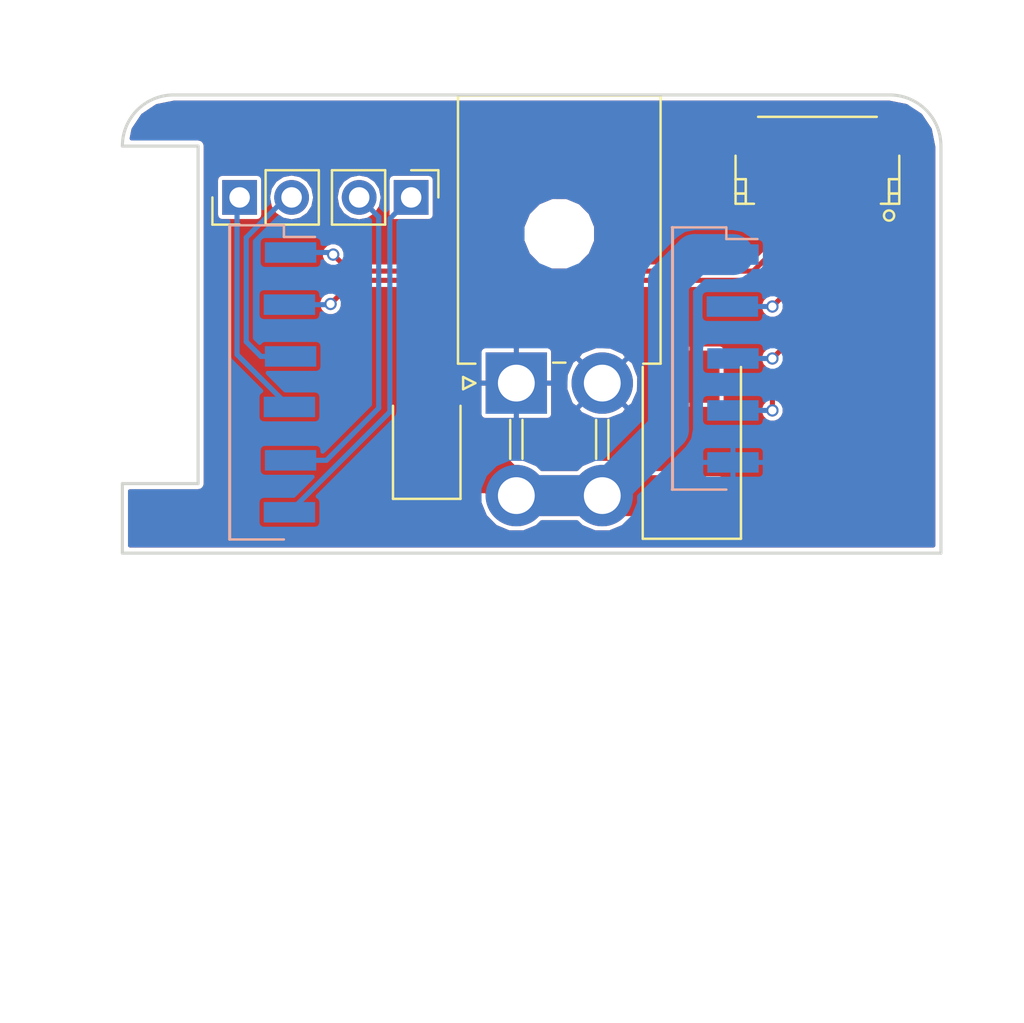
<source format=kicad_pcb>
(kicad_pcb (version 4) (host pcbnew 4.0.7)

  (general
    (links 18)
    (no_connects 2)
    (area 119.924999 74.924999 160.075001 97.475001)
    (thickness 1.6)
    (drawings 9)
    (tracks 53)
    (zones 0)
    (modules 8)
    (nets 12)
  )

  (page A4)
  (layers
    (0 F.Cu signal)
    (31 B.Cu signal)
    (32 B.Adhes user)
    (33 F.Adhes user)
    (34 B.Paste user)
    (35 F.Paste user)
    (36 B.SilkS user)
    (37 F.SilkS user)
    (38 B.Mask user)
    (39 F.Mask user)
    (40 Dwgs.User user)
    (41 Cmts.User user)
    (42 Eco1.User user)
    (43 Eco2.User user)
    (44 Edge.Cuts user)
    (45 Margin user)
    (46 B.CrtYd user)
    (47 F.CrtYd user)
    (48 B.Fab user hide)
    (49 F.Fab user hide)
  )

  (setup
    (last_trace_width 0.25)
    (user_trace_width 0.2)
    (user_trace_width 0.4)
    (user_trace_width 0.6)
    (user_trace_width 0.8)
    (user_trace_width 1)
    (user_trace_width 1.2)
    (user_trace_width 2)
    (trace_clearance 0.2)
    (zone_clearance 0.2)
    (zone_45_only no)
    (trace_min 0.2)
    (segment_width 0.2)
    (edge_width 0.15)
    (via_size 0.6)
    (via_drill 0.4)
    (via_min_size 0.4)
    (via_min_drill 0.3)
    (uvia_size 0.3)
    (uvia_drill 0.1)
    (uvias_allowed no)
    (uvia_min_size 0.2)
    (uvia_min_drill 0.1)
    (pcb_text_width 0.3)
    (pcb_text_size 1.5 1.5)
    (mod_edge_width 0.15)
    (mod_text_size 1 1)
    (mod_text_width 0.15)
    (pad_size 1.2 1.8)
    (pad_drill 0)
    (pad_to_mask_clearance 0.2)
    (aux_axis_origin 164.9476 70.0024)
    (visible_elements 7FFFFF7F)
    (pcbplotparams
      (layerselection 0x010f0_80000001)
      (usegerberextensions true)
      (usegerberattributes true)
      (excludeedgelayer true)
      (linewidth 0.100000)
      (plotframeref false)
      (viasonmask false)
      (mode 1)
      (useauxorigin true)
      (hpglpennumber 1)
      (hpglpenspeed 20)
      (hpglpendiameter 15)
      (hpglpenoverlay 2)
      (psnegative false)
      (psa4output false)
      (plotreference true)
      (plotvalue true)
      (plotinvisibletext false)
      (padsonsilk false)
      (subtractmaskfromsilk false)
      (outputformat 1)
      (mirror false)
      (drillshape 0)
      (scaleselection 1)
      (outputdirectory gerbers/))
  )

  (net 0 "")
  (net 1 GND)
  (net 2 VDD)
  (net 3 RESET)
  (net 4 RXD)
  (net 5 TXD)
  (net 6 RING)
  (net 7 DTR)
  (net 8 MIC+)
  (net 9 MIC-)
  (net 10 SPK+)
  (net 11 SPK-)

  (net_class Default "This is the default net class."
    (clearance 0.2)
    (trace_width 0.25)
    (via_dia 0.6)
    (via_drill 0.4)
    (uvia_dia 0.3)
    (uvia_drill 0.1)
    (add_net DTR)
    (add_net GND)
    (add_net MIC+)
    (add_net MIC-)
    (add_net RESET)
    (add_net RING)
    (add_net RXD)
    (add_net SPK+)
    (add_net SPK-)
    (add_net TXD)
    (add_net VDD)
  )

  (module Capacitors_Tantalum_SMD:CP_Tantalum_Case-D_EIA-7343-31_Reflow (layer F.Cu) (tedit 5AA2A260) (tstamp 5AA299E5)
    (at 147.828 91.948 90)
    (descr "Tantalum capacitor, Case D, EIA 7343-31, 7.3x4.3x2.8mm, Reflow soldering footprint")
    (tags "capacitor tantalum smd")
    (path /596243F8)
    (attr smd)
    (fp_text reference C3 (at 0 -3.9 90) (layer F.SilkS) hide
      (effects (font (size 1 1) (thickness 0.15)))
    )
    (fp_text value 100uF (at 0 3.9 90) (layer F.Fab) hide
      (effects (font (size 1 1) (thickness 0.15)))
    )
    (fp_text user %R (at 0 0 90) (layer F.Fab) hide
      (effects (font (size 1 1) (thickness 0.15)))
    )
    (fp_line (start -4.85 -2.5) (end -4.85 2.5) (layer F.CrtYd) (width 0.05))
    (fp_line (start -4.85 2.5) (end 4.85 2.5) (layer F.CrtYd) (width 0.05))
    (fp_line (start 4.85 2.5) (end 4.85 -2.5) (layer F.CrtYd) (width 0.05))
    (fp_line (start 4.85 -2.5) (end -4.85 -2.5) (layer F.CrtYd) (width 0.05))
    (fp_line (start -3.65 -2.15) (end -3.65 2.15) (layer F.Fab) (width 0.1))
    (fp_line (start -3.65 2.15) (end 3.65 2.15) (layer F.Fab) (width 0.1))
    (fp_line (start 3.65 2.15) (end 3.65 -2.15) (layer F.Fab) (width 0.1))
    (fp_line (start 3.65 -2.15) (end -3.65 -2.15) (layer F.Fab) (width 0.1))
    (fp_line (start -2.92 -2.15) (end -2.92 2.15) (layer F.Fab) (width 0.1))
    (fp_line (start -2.555 -2.15) (end -2.555 2.15) (layer F.Fab) (width 0.1))
    (fp_line (start -4.75 -2.4) (end 3.65 -2.4) (layer F.SilkS) (width 0.12))
    (fp_line (start -4.75 2.4) (end 3.65 2.4) (layer F.SilkS) (width 0.12))
    (fp_line (start -4.75 -2.4) (end -4.75 2.4) (layer F.SilkS) (width 0.12))
    (pad 1 smd rect (at -3.175 0 90) (size 2.55 2.7) (layers F.Cu F.Paste F.Mask)
      (net 2 VDD))
    (pad 2 smd rect (at 3.175 0 90) (size 2.55 2.7) (layers F.Cu F.Paste F.Mask)
      (net 1 GND))
    (model Capacitors_Tantalum_SMD.3dshapes/CP_Tantalum_Case-D_EIA-7343-31.wrl
      (at (xyz 0 0 0))
      (scale (xyz 1 1 1))
      (rotate (xyz 0 0 0))
    )
  )

  (module Capacitors_Tantalum_SMD:CP_Tantalum_Case-B_EIA-3528-21_Reflow (layer F.Cu) (tedit 5AA2A27C) (tstamp 5AA291C9)
    (at 134.874 91.947 90)
    (descr "Tantalum capacitor, Case B, EIA 3528-21, 3.5x2.8x1.9mm, Reflow soldering footprint")
    (tags "capacitor tantalum smd")
    (path /5AA29E77)
    (attr smd)
    (fp_text reference C12 (at 0 -3.15 90) (layer F.SilkS) hide
      (effects (font (size 1 1) (thickness 0.15)))
    )
    (fp_text value 10nF (at 0 3.15 90) (layer F.Fab) hide
      (effects (font (size 1 1) (thickness 0.15)))
    )
    (fp_text user %R (at 0 0 90) (layer F.Fab) hide
      (effects (font (size 0.8 0.8) (thickness 0.12)))
    )
    (fp_line (start -2.85 -1.75) (end -2.85 1.75) (layer F.CrtYd) (width 0.05))
    (fp_line (start -2.85 1.75) (end 2.85 1.75) (layer F.CrtYd) (width 0.05))
    (fp_line (start 2.85 1.75) (end 2.85 -1.75) (layer F.CrtYd) (width 0.05))
    (fp_line (start 2.85 -1.75) (end -2.85 -1.75) (layer F.CrtYd) (width 0.05))
    (fp_line (start -1.75 -1.4) (end -1.75 1.4) (layer F.Fab) (width 0.1))
    (fp_line (start -1.75 1.4) (end 1.75 1.4) (layer F.Fab) (width 0.1))
    (fp_line (start 1.75 1.4) (end 1.75 -1.4) (layer F.Fab) (width 0.1))
    (fp_line (start 1.75 -1.4) (end -1.75 -1.4) (layer F.Fab) (width 0.1))
    (fp_line (start -1.4 -1.4) (end -1.4 1.4) (layer F.Fab) (width 0.1))
    (fp_line (start -1.225 -1.4) (end -1.225 1.4) (layer F.Fab) (width 0.1))
    (fp_line (start -2.8 -1.65) (end 1.75 -1.65) (layer F.SilkS) (width 0.12))
    (fp_line (start -2.8 1.65) (end 1.75 1.65) (layer F.SilkS) (width 0.12))
    (fp_line (start -2.8 -1.65) (end -2.8 1.65) (layer F.SilkS) (width 0.12))
    (pad 1 smd rect (at -1.525 0 90) (size 1.95 2.5) (layers F.Cu F.Paste F.Mask)
      (net 2 VDD))
    (pad 2 smd rect (at 1.525 0 90) (size 1.95 2.5) (layers F.Cu F.Paste F.Mask)
      (net 1 GND))
    (model Capacitors_Tantalum_SMD.3dshapes/CP_Tantalum_Case-B_EIA-3528-21.wrl
      (at (xyz 0 0 0))
      (scale (xyz 1 1 1))
      (rotate (xyz 0 0 0))
    )
  )

  (module footprints:Pin_Header_Straight_1x05_Pitch2.54mm_SMD (layer B.Cu) (tedit 5AA6C747) (tstamp 5AA6D1F7)
    (at 148.1836 87.884 180)
    (descr "surface-mounted straight pin header, 1x05, 2.54mm pitch, single row, style 1 (pin 1 left)")
    (tags "Surface mounted pin header SMD 1x05 2.54mm single row style1 pin1 left")
    (path /5962F537)
    (attr smd)
    (fp_text reference J1 (at 0 7.41 180) (layer B.SilkS) hide
      (effects (font (size 1 1) (thickness 0.15)) (justify mirror))
    )
    (fp_text value CONN_01X05 (at 0 -7.41 180) (layer B.Fab) hide
      (effects (font (size 1 1) (thickness 0.15)) (justify mirror))
    )
    (fp_line (start 1.3 6.4) (end 1.3 -6.4) (layer B.SilkS) (width 0.15))
    (fp_line (start 1.27 -6.35) (end -1.27 -6.35) (layer B.Fab) (width 0.1))
    (fp_line (start -0.32 6.35) (end 1.27 6.35) (layer B.Fab) (width 0.1))
    (fp_line (start -1.27 -6.35) (end -1.27 5.4) (layer B.Fab) (width 0.1))
    (fp_line (start -1.27 5.4) (end -0.32 6.35) (layer B.Fab) (width 0.1))
    (fp_line (start 1.27 6.35) (end 1.27 -6.35) (layer B.Fab) (width 0.1))
    (fp_line (start -1.27 5.4) (end -2.54 5.4) (layer B.Fab) (width 0.1))
    (fp_line (start -2.54 5.4) (end -2.54 4.76) (layer B.Fab) (width 0.1))
    (fp_line (start -2.54 4.76) (end -1.27 4.76) (layer B.Fab) (width 0.1))
    (fp_line (start -1.27 0.32) (end -2.54 0.32) (layer B.Fab) (width 0.1))
    (fp_line (start -2.54 0.32) (end -2.54 -0.32) (layer B.Fab) (width 0.1))
    (fp_line (start -2.54 -0.32) (end -1.27 -0.32) (layer B.Fab) (width 0.1))
    (fp_line (start -1.27 -4.76) (end -2.54 -4.76) (layer B.Fab) (width 0.1))
    (fp_line (start -2.54 -4.76) (end -2.54 -5.4) (layer B.Fab) (width 0.1))
    (fp_line (start -2.54 -5.4) (end -1.27 -5.4) (layer B.Fab) (width 0.1))
    (fp_line (start -1.33 6.41) (end 1.33 6.41) (layer B.SilkS) (width 0.12))
    (fp_line (start -1.33 -6.41) (end 1.33 -6.41) (layer B.SilkS) (width 0.12))
    (fp_line (start -1.33 5.84) (end -2.85 5.84) (layer B.SilkS) (width 0.12))
    (fp_line (start -1.33 6.41) (end -1.33 5.84) (layer B.SilkS) (width 0.12))
    (fp_line (start -3.4 6.8) (end -3.4 -6.8) (layer B.CrtYd) (width 0.05))
    (fp_line (start -3.4 -6.8) (end 1.4 -6.8) (layer B.CrtYd) (width 0.05))
    (fp_line (start 1.4 -6.8) (end 1.4 6.8) (layer B.CrtYd) (width 0.05))
    (fp_line (start 1.4 6.8) (end -3.4 6.8) (layer B.CrtYd) (width 0.05))
    (fp_text user %R (at 0.3 0 270) (layer B.Fab) hide
      (effects (font (size 1 1) (thickness 0.15)) (justify mirror))
    )
    (pad 1 smd rect (at -1.655 5.08 180) (size 2.51 1) (layers B.Cu B.Paste B.Mask)
      (net 2 VDD))
    (pad 3 smd rect (at -1.655 0 180) (size 2.51 1) (layers B.Cu B.Paste B.Mask)
      (net 4 RXD))
    (pad 5 smd rect (at -1.655 -5.08 180) (size 2.51 1) (layers B.Cu B.Paste B.Mask)
      (net 1 GND))
    (pad 2 smd rect (at -1.6256 2.54 180) (size 2.51 1) (layers B.Cu B.Paste B.Mask)
      (net 3 RESET))
    (pad 4 smd rect (at -1.651 -2.54 180) (size 2.51 1) (layers B.Cu B.Paste B.Mask)
      (net 5 TXD))
    (model ${KISYS3DMOD}/Pin_Headers.3dshapes/Pin_Header_Straight_1x05_Pitch2.54mm_SMD_Pin1Left.wrl
      (at (xyz 0 0 0))
      (scale (xyz 1 1 1))
      (rotate (xyz 0 0 0))
    )
  )

  (module footprints:Pin_Header_Straight_1x06_Pitch2.54mm_SMD (layer B.Cu) (tedit 5AA6C29B) (tstamp 5AA6D217)
    (at 126.5642 89.0524 180)
    (descr "surface-mounted straight pin header, 1x06, 2.54mm pitch, single row, style 1 (pin 1 left)")
    (tags "Surface mounted pin header SMD 1x06 2.54mm single row style1 pin1 left")
    (path /5962CB3E)
    (attr smd)
    (fp_text reference J4 (at 0 8.68 180) (layer B.SilkS) hide
      (effects (font (size 1 1) (thickness 0.15)) (justify mirror))
    )
    (fp_text value CONN_01X06 (at 0 -8.68 180) (layer B.Fab) hide
      (effects (font (size 1 1) (thickness 0.15)) (justify mirror))
    )
    (fp_line (start 1.3208 7.6708) (end 1.3208 -7.6708) (layer B.SilkS) (width 0.15))
    (fp_line (start 1.27 -7.62) (end -1.27 -7.62) (layer B.Fab) (width 0.1))
    (fp_line (start -0.32 7.62) (end 1.27 7.62) (layer B.Fab) (width 0.1))
    (fp_line (start -1.27 -7.62) (end -1.27 6.67) (layer B.Fab) (width 0.1))
    (fp_line (start -1.27 6.67) (end -0.32 7.62) (layer B.Fab) (width 0.1))
    (fp_line (start 1.27 7.62) (end 1.27 -7.62) (layer B.Fab) (width 0.1))
    (fp_line (start -1.27 6.67) (end -2.54 6.67) (layer B.Fab) (width 0.1))
    (fp_line (start -2.54 6.67) (end -2.54 6.03) (layer B.Fab) (width 0.1))
    (fp_line (start -2.54 6.03) (end -1.27 6.03) (layer B.Fab) (width 0.1))
    (fp_line (start -1.27 1.59) (end -2.54 1.59) (layer B.Fab) (width 0.1))
    (fp_line (start -2.54 1.59) (end -2.54 0.95) (layer B.Fab) (width 0.1))
    (fp_line (start -2.54 0.95) (end -1.27 0.95) (layer B.Fab) (width 0.1))
    (fp_line (start -1.27 -3.49) (end -2.54 -3.49) (layer B.Fab) (width 0.1))
    (fp_line (start -2.54 -3.49) (end -2.54 -4.13) (layer B.Fab) (width 0.1))
    (fp_line (start -2.54 -4.13) (end -1.27 -4.13) (layer B.Fab) (width 0.1))
    (fp_line (start -1.33 7.68) (end 1.33 7.68) (layer B.SilkS) (width 0.12))
    (fp_line (start -1.33 -7.68) (end 1.33 -7.68) (layer B.SilkS) (width 0.12))
    (fp_line (start -1.33 7.11) (end -2.85 7.11) (layer B.SilkS) (width 0.12))
    (fp_line (start -1.33 7.68) (end -1.33 7.11) (layer B.SilkS) (width 0.12))
    (fp_line (start -3.4 8.2) (end -3.4 -8.2) (layer B.CrtYd) (width 0.05))
    (fp_line (start -3.4 -8.2) (end 1.6 -8.2) (layer B.CrtYd) (width 0.05))
    (fp_line (start 1.6 -8.2) (end 1.6 8.2) (layer B.CrtYd) (width 0.05))
    (fp_line (start 1.6 8.2) (end -3.4 8.2) (layer B.CrtYd) (width 0.05))
    (fp_text user %R (at 0 0 270) (layer B.Fab) hide
      (effects (font (size 1 1) (thickness 0.15)) (justify mirror))
    )
    (pad 1 smd rect (at -1.655 6.35 180) (size 2.51 1) (layers B.Cu B.Paste B.Mask)
      (net 6 RING))
    (pad 3 smd rect (at -1.655 1.27 180) (size 2.51 1) (layers B.Cu B.Paste B.Mask)
      (net 8 MIC+))
    (pad 5 smd rect (at -1.655 -3.81 180) (size 2.51 1) (layers B.Cu B.Paste B.Mask)
      (net 10 SPK+))
    (pad 2 smd rect (at -1.6 3.8 180) (size 2.51 1) (layers B.Cu B.Paste B.Mask)
      (net 7 DTR))
    (pad 4 smd rect (at -1.6 -1.2 180) (size 2.51 1) (layers B.Cu B.Paste B.Mask)
      (net 9 MIC-))
    (pad 6 smd rect (at -1.6 -6.35 180) (size 2.51 1) (layers B.Cu B.Paste B.Mask)
      (net 11 SPK-))
    (model ${KISYS3DMOD}/Pin_Headers.3dshapes/Pin_Header_Straight_1x06_Pitch2.54mm_SMD_Pin1Left.wrl
      (at (xyz 0 0 0))
      (scale (xyz 1 1 1))
      (rotate (xyz 0 0 0))
    )
  )

  (module Connectors_JST:JST_SH_SM06B-SRSS-TB_06x1.00mm_Angled (layer F.Cu) (tedit 5B01AAE9) (tstamp 5B01A48E)
    (at 153.964 78.7075 180)
    (descr http://www.jst-mfg.com/product/pdf/eng/eSH.pdf)
    (tags "connector jst sh")
    (path /5B01AE87)
    (attr smd)
    (fp_text reference J6 (at -2.5 -4 180) (layer F.SilkS) hide
      (effects (font (size 1 1) (thickness 0.15)))
    )
    (fp_text value Conn_01x06 (at 0 4.5 180) (layer F.Fab)
      (effects (font (size 1 1) (thickness 0.15)))
    )
    (fp_circle (center -3.5 -2.1875) (end -3.25 -2.1875) (layer F.SilkS) (width 0.12))
    (fp_line (start -2.9 2.6375) (end 2.9 2.6375) (layer F.SilkS) (width 0.12))
    (fp_line (start -4 0.7375) (end -4 -1.6125) (layer F.SilkS) (width 0.12))
    (fp_line (start -4 -1.6125) (end -3.1 -1.6125) (layer F.SilkS) (width 0.12))
    (fp_line (start -3.5 -1.6125) (end -3.5 -0.4125) (layer F.SilkS) (width 0.12))
    (fp_line (start -3.5 -0.4125) (end -3.5 -0.4125) (layer F.SilkS) (width 0.12))
    (fp_line (start -3.5 -0.4125) (end -3.5 -1.6125) (layer F.SilkS) (width 0.12))
    (fp_line (start -3.5 -1.6125) (end -3.5 -1.6125) (layer F.SilkS) (width 0.12))
    (fp_line (start -3.5 -1.1125) (end -3.5 -1.1125) (layer F.SilkS) (width 0.12))
    (fp_line (start -3.5 -1.1125) (end -4 -1.1125) (layer F.SilkS) (width 0.12))
    (fp_line (start -4 -1.1125) (end -4 -1.1125) (layer F.SilkS) (width 0.12))
    (fp_line (start -4 -1.1125) (end -3.5 -1.1125) (layer F.SilkS) (width 0.12))
    (fp_line (start -3.5 -0.4125) (end -3.5 -0.4125) (layer F.SilkS) (width 0.12))
    (fp_line (start -3.5 -0.4125) (end -4 -0.4125) (layer F.SilkS) (width 0.12))
    (fp_line (start -4 -0.4125) (end -4 -0.4125) (layer F.SilkS) (width 0.12))
    (fp_line (start -4 -0.4125) (end -3.5 -0.4125) (layer F.SilkS) (width 0.12))
    (fp_line (start 4 0.7375) (end 4 -1.6125) (layer F.SilkS) (width 0.12))
    (fp_line (start 4 -1.6125) (end 3.1 -1.6125) (layer F.SilkS) (width 0.12))
    (fp_line (start 3.5 -1.6125) (end 3.5 -0.4125) (layer F.SilkS) (width 0.12))
    (fp_line (start 3.5 -0.4125) (end 3.5 -0.4125) (layer F.SilkS) (width 0.12))
    (fp_line (start 3.5 -0.4125) (end 3.5 -1.6125) (layer F.SilkS) (width 0.12))
    (fp_line (start 3.5 -1.6125) (end 3.5 -1.6125) (layer F.SilkS) (width 0.12))
    (fp_line (start 3.5 -1.1125) (end 3.5 -1.1125) (layer F.SilkS) (width 0.12))
    (fp_line (start 3.5 -1.1125) (end 4 -1.1125) (layer F.SilkS) (width 0.12))
    (fp_line (start 4 -1.1125) (end 4 -1.1125) (layer F.SilkS) (width 0.12))
    (fp_line (start 4 -1.1125) (end 3.5 -1.1125) (layer F.SilkS) (width 0.12))
    (fp_line (start 3.5 -0.4125) (end 3.5 -0.4125) (layer F.SilkS) (width 0.12))
    (fp_line (start 3.5 -0.4125) (end 4 -0.4125) (layer F.SilkS) (width 0.12))
    (fp_line (start 4 -0.4125) (end 4 -0.4125) (layer F.SilkS) (width 0.12))
    (fp_line (start 4 -0.4125) (end 3.5 -0.4125) (layer F.SilkS) (width 0.12))
    (fp_line (start -4.9 3.35) (end -4.9 -3.25) (layer F.CrtYd) (width 0.05))
    (fp_line (start -4.9 -3.25) (end 4.9 -3.25) (layer F.CrtYd) (width 0.05))
    (fp_line (start 4.9 -3.25) (end 4.9 3.35) (layer F.CrtYd) (width 0.05))
    (fp_line (start 4.9 3.35) (end -4.9 3.35) (layer F.CrtYd) (width 0.05))
    (pad 1 smd rect (at -2.5 -1.9375 180) (size 0.6 1.55) (layers F.Cu F.Paste F.Mask)
      (net 5 TXD))
    (pad 2 smd rect (at -1.5 -1.9375 180) (size 0.6 1.55) (layers F.Cu F.Paste F.Mask)
      (net 4 RXD))
    (pad 3 smd rect (at -0.5 -1.9375 180) (size 0.6 1.55) (layers F.Cu F.Paste F.Mask)
      (net 3 RESET))
    (pad 4 smd rect (at 0.5 -1.9375 180) (size 0.6 1.55) (layers F.Cu F.Paste F.Mask)
      (net 7 DTR))
    (pad 5 smd rect (at 1.5 -1.9375 180) (size 0.6 1.55) (layers F.Cu F.Paste F.Mask)
      (net 6 RING))
    (pad 6 smd rect (at 2.5 -1.9375 180) (size 0.6 1.55) (layers F.Cu F.Paste F.Mask)
      (net 1 GND))
    (pad "" smd rect (at -3.8 1.9375 180) (size 1.2 1.8) (layers F.Cu F.Paste F.Mask))
    (pad "" smd rect (at 3.8 1.9375 180) (size 1.2 1.8) (layers F.Cu F.Paste F.Mask))
  )

  (module Connectors_Molex:Molex_MiniFit-JR-5569-04A2_2x02x4.20mm_Angled (layer F.Cu) (tedit 5B01AAE5) (tstamp 5B01A4D6)
    (at 139.251 89.088)
    (descr "Molex Mini-Fit JR, PN:5569-04A2, dual row, side entry type, through hole, with plastic peg mount")
    (tags "connector molex mini-fit 5569")
    (path /5B01A76D)
    (fp_text reference J2 (at 2.1 8.5) (layer F.SilkS) hide
      (effects (font (size 1 1) (thickness 0.15)))
    )
    (fp_text value POWER (at 2.1 10) (layer F.Fab)
      (effects (font (size 1 1) (thickness 0.15)))
    )
    (fp_line (start -3.19 -14.39) (end -3.19 7.5) (layer F.CrtYd) (width 0.05))
    (fp_line (start -3.19 7.5) (end 7.4 7.5) (layer F.CrtYd) (width 0.05))
    (fp_line (start 7.4 7.5) (end 7.4 -14.39) (layer F.CrtYd) (width 0.05))
    (fp_line (start 7.4 -14.39) (end -3.19 -14.39) (layer F.CrtYd) (width 0.05))
    (fp_line (start -2 -0.95) (end -2.85 -0.95) (layer F.SilkS) (width 0.12))
    (fp_line (start -2.85 -0.95) (end -2.85 -14.05) (layer F.SilkS) (width 0.12))
    (fp_line (start -2.85 -14.05) (end 2.1 -14.05) (layer F.SilkS) (width 0.12))
    (fp_line (start 6.2 -0.95) (end 7.05 -0.95) (layer F.SilkS) (width 0.12))
    (fp_line (start 7.05 -0.95) (end 7.05 -14.05) (layer F.SilkS) (width 0.12))
    (fp_line (start 7.05 -14.05) (end 2.1 -14.05) (layer F.SilkS) (width 0.12))
    (fp_line (start -2.7 -13.9) (end -2.7 -1.1) (layer F.Fab) (width 0.1))
    (fp_line (start -2.7 -1.1) (end 6.9 -1.1) (layer F.Fab) (width 0.1))
    (fp_line (start 6.9 -1.1) (end 6.9 -13.9) (layer F.Fab) (width 0.1))
    (fp_line (start 6.9 -13.9) (end -2.7 -13.9) (layer F.Fab) (width 0.1))
    (fp_line (start -0.3 1.8) (end -0.3 3.7) (layer F.SilkS) (width 0.12))
    (fp_line (start 0.3 1.8) (end 0.3 3.7) (layer F.SilkS) (width 0.12))
    (fp_line (start 3.9 1.8) (end 3.9 3.7) (layer F.SilkS) (width 0.12))
    (fp_line (start 4.5 1.8) (end 4.5 3.7) (layer F.SilkS) (width 0.12))
    (fp_line (start 1.8 -1) (end 2.4 -1) (layer F.SilkS) (width 0.12))
    (fp_line (start -2 0) (end -2.6 0.3) (layer F.SilkS) (width 0.12))
    (fp_line (start -2.6 0.3) (end -2.6 -0.3) (layer F.SilkS) (width 0.12))
    (fp_line (start -2.6 -0.3) (end -2 0) (layer F.SilkS) (width 0.12))
    (fp_line (start -2 0) (end -2.6 0.3) (layer F.Fab) (width 0.1))
    (fp_line (start -2.6 0.3) (end -2.6 -0.3) (layer F.Fab) (width 0.1))
    (fp_line (start -2.6 -0.3) (end -2 0) (layer F.Fab) (width 0.1))
    (fp_text user %R (at 2.1 -4.5) (layer F.Fab)
      (effects (font (size 1 1) (thickness 0.15)))
    )
    (pad 1 thru_hole rect (at 0 0) (size 3 3) (drill 1.8) (layers *.Cu *.Mask)
      (net 1 GND))
    (pad 2 thru_hole circle (at 4.2 0) (size 3 3) (drill 1.8) (layers *.Cu *.Mask)
      (net 1 GND))
    (pad 3 thru_hole circle (at 0 5.5) (size 3 3) (drill 1.8) (layers *.Cu *.Mask)
      (net 2 VDD))
    (pad 4 thru_hole circle (at 4.2 5.5) (size 3 3) (drill 1.8) (layers *.Cu *.Mask)
      (net 2 VDD))
    (pad "" np_thru_hole circle (at 2.1 -7.3) (size 3 3) (drill 3) (layers *.Cu *.Mask))
    (model ${KISYS3DMOD}/Connectors_Molex.3dshapes/Molex_MiniFit-JR-5569-04A2_2x02x4.20mm_Angled.wrl
      (at (xyz 0 0 0))
      (scale (xyz 1 1 1))
      (rotate (xyz 0 0 0))
    )
  )

  (module Pin_Headers:Pin_Header_Straight_1x02_Pitch2.54mm (layer F.Cu) (tedit 5B01AAEF) (tstamp 5B01AA79)
    (at 134.112 80.01 270)
    (descr "Through hole straight pin header, 1x02, 2.54mm pitch, single row")
    (tags "Through hole pin header THT 1x02 2.54mm single row")
    (path /5B01ABAF)
    (fp_text reference J3 (at 0 -2.33 270) (layer F.SilkS) hide
      (effects (font (size 1 1) (thickness 0.15)))
    )
    (fp_text value Conn_02x02_Counter_Clockwise (at 0 4.87 270) (layer F.Fab)
      (effects (font (size 1 1) (thickness 0.15)))
    )
    (fp_line (start -0.635 -1.27) (end 1.27 -1.27) (layer F.Fab) (width 0.1))
    (fp_line (start 1.27 -1.27) (end 1.27 3.81) (layer F.Fab) (width 0.1))
    (fp_line (start 1.27 3.81) (end -1.27 3.81) (layer F.Fab) (width 0.1))
    (fp_line (start -1.27 3.81) (end -1.27 -0.635) (layer F.Fab) (width 0.1))
    (fp_line (start -1.27 -0.635) (end -0.635 -1.27) (layer F.Fab) (width 0.1))
    (fp_line (start -1.33 3.87) (end 1.33 3.87) (layer F.SilkS) (width 0.12))
    (fp_line (start -1.33 1.27) (end -1.33 3.87) (layer F.SilkS) (width 0.12))
    (fp_line (start 1.33 1.27) (end 1.33 3.87) (layer F.SilkS) (width 0.12))
    (fp_line (start -1.33 1.27) (end 1.33 1.27) (layer F.SilkS) (width 0.12))
    (fp_line (start -1.33 0) (end -1.33 -1.33) (layer F.SilkS) (width 0.12))
    (fp_line (start -1.33 -1.33) (end 0 -1.33) (layer F.SilkS) (width 0.12))
    (fp_line (start -1.8 -1.8) (end -1.8 4.35) (layer F.CrtYd) (width 0.05))
    (fp_line (start -1.8 4.35) (end 1.8 4.35) (layer F.CrtYd) (width 0.05))
    (fp_line (start 1.8 4.35) (end 1.8 -1.8) (layer F.CrtYd) (width 0.05))
    (fp_line (start 1.8 -1.8) (end -1.8 -1.8) (layer F.CrtYd) (width 0.05))
    (fp_text user %R (at 0 1.27 360) (layer F.Fab)
      (effects (font (size 1 1) (thickness 0.15)))
    )
    (pad 1 thru_hole rect (at 0 0 270) (size 1.7 1.7) (drill 1) (layers *.Cu *.Mask)
      (net 11 SPK-))
    (pad 2 thru_hole oval (at 0 2.54 270) (size 1.7 1.7) (drill 1) (layers *.Cu *.Mask)
      (net 10 SPK+))
    (model ${KISYS3DMOD}/Pin_Headers.3dshapes/Pin_Header_Straight_1x02_Pitch2.54mm.wrl
      (at (xyz 0 0 0))
      (scale (xyz 1 1 1))
      (rotate (xyz 0 0 0))
    )
  )

  (module Pin_Headers:Pin_Header_Straight_1x02_Pitch2.54mm (layer F.Cu) (tedit 5B01AAF1) (tstamp 5B01AA8F)
    (at 125.73 80.01 90)
    (descr "Through hole straight pin header, 1x02, 2.54mm pitch, single row")
    (tags "Through hole pin header THT 1x02 2.54mm single row")
    (path /5B01B084)
    (fp_text reference J5 (at 0 -2.33 90) (layer F.SilkS) hide
      (effects (font (size 1 1) (thickness 0.15)))
    )
    (fp_text value Conn_01x02 (at 0 4.87 90) (layer F.Fab)
      (effects (font (size 1 1) (thickness 0.15)))
    )
    (fp_line (start -0.635 -1.27) (end 1.27 -1.27) (layer F.Fab) (width 0.1))
    (fp_line (start 1.27 -1.27) (end 1.27 3.81) (layer F.Fab) (width 0.1))
    (fp_line (start 1.27 3.81) (end -1.27 3.81) (layer F.Fab) (width 0.1))
    (fp_line (start -1.27 3.81) (end -1.27 -0.635) (layer F.Fab) (width 0.1))
    (fp_line (start -1.27 -0.635) (end -0.635 -1.27) (layer F.Fab) (width 0.1))
    (fp_line (start -1.33 3.87) (end 1.33 3.87) (layer F.SilkS) (width 0.12))
    (fp_line (start -1.33 1.27) (end -1.33 3.87) (layer F.SilkS) (width 0.12))
    (fp_line (start 1.33 1.27) (end 1.33 3.87) (layer F.SilkS) (width 0.12))
    (fp_line (start -1.33 1.27) (end 1.33 1.27) (layer F.SilkS) (width 0.12))
    (fp_line (start -1.33 0) (end -1.33 -1.33) (layer F.SilkS) (width 0.12))
    (fp_line (start -1.33 -1.33) (end 0 -1.33) (layer F.SilkS) (width 0.12))
    (fp_line (start -1.8 -1.8) (end -1.8 4.35) (layer F.CrtYd) (width 0.05))
    (fp_line (start -1.8 4.35) (end 1.8 4.35) (layer F.CrtYd) (width 0.05))
    (fp_line (start 1.8 4.35) (end 1.8 -1.8) (layer F.CrtYd) (width 0.05))
    (fp_line (start 1.8 -1.8) (end -1.8 -1.8) (layer F.CrtYd) (width 0.05))
    (fp_text user %R (at 0 1.27 180) (layer F.Fab)
      (effects (font (size 1 1) (thickness 0.15)))
    )
    (pad 1 thru_hole rect (at 0 0 90) (size 1.7 1.7) (drill 1) (layers *.Cu *.Mask)
      (net 9 MIC-))
    (pad 2 thru_hole oval (at 0 2.54 90) (size 1.7 1.7) (drill 1) (layers *.Cu *.Mask)
      (net 8 MIC+))
    (model ${KISYS3DMOD}/Pin_Headers.3dshapes/Pin_Header_Straight_1x02_Pitch2.54mm.wrl
      (at (xyz 0 0 0))
      (scale (xyz 1 1 1))
      (rotate (xyz 0 0 0))
    )
  )

  (gr_arc (start 157.5 77.5) (end 157.5 75) (angle 90) (layer Edge.Cuts) (width 0.15) (tstamp 5AAA3138))
  (gr_line (start 120 94) (end 123.7 94) (layer Edge.Cuts) (width 0.15))
  (gr_line (start 123.7 77.5) (end 120 77.5) (layer Edge.Cuts) (width 0.15))
  (gr_line (start 123.7 94) (end 123.7 77.5) (layer Edge.Cuts) (width 0.15))
  (gr_line (start 120 97.4) (end 160 97.4) (layer Edge.Cuts) (width 0.15))
  (gr_arc (start 122.5 77.5) (end 120 77.5) (angle 90) (layer Edge.Cuts) (width 0.15) (tstamp 5AA15AC2))
  (gr_line (start 160 77.5) (end 160 97.4) (layer Edge.Cuts) (width 0.15))
  (gr_line (start 157.5 75) (end 122.5 75) (layer Edge.Cuts) (width 0.15))
  (gr_line (start 120 97.4) (end 120 94) (layer Edge.Cuts) (width 0.15))

  (segment (start 139.251 94.588) (end 143.451 94.588) (width 2) (layer B.Cu) (net 2))
  (segment (start 146.685 84.074) (end 146.685 91.354) (width 2) (layer B.Cu) (net 2))
  (segment (start 146.685 91.354) (end 143.451 94.588) (width 2) (layer B.Cu) (net 2))
  (segment (start 147.955 82.804) (end 146.685 84.074) (width 2) (layer B.Cu) (net 2))
  (segment (start 149.8386 82.804) (end 147.955 82.804) (width 2) (layer B.Cu) (net 2))
  (segment (start 143.451 94.588) (end 147.293 94.588) (width 2) (layer F.Cu) (net 2))
  (segment (start 147.293 94.588) (end 147.828 95.123) (width 2) (layer F.Cu) (net 2))
  (segment (start 139.251 94.588) (end 143.451 94.588) (width 2) (layer F.Cu) (net 2))
  (segment (start 134.874 93.472) (end 138.135 93.472) (width 2) (layer F.Cu) (net 2))
  (segment (start 138.135 93.472) (end 139.251 94.588) (width 2) (layer F.Cu) (net 2))
  (segment (start 151.765 85.344) (end 154.472671 82.636329) (width 0.25) (layer F.Cu) (net 3))
  (segment (start 154.472671 82.636329) (end 154.472671 80.653671) (width 0.25) (layer F.Cu) (net 3))
  (segment (start 154.472671 80.653671) (end 154.464 80.645) (width 0.25) (layer F.Cu) (net 3))
  (segment (start 149.8092 85.344) (end 151.765 85.344) (width 0.25) (layer B.Cu) (net 3))
  (via (at 151.765 85.344) (size 0.6) (drill 0.4) (layers F.Cu B.Cu) (net 3))
  (segment (start 151.765 87.884) (end 155.464 84.185) (width 0.25) (layer F.Cu) (net 4))
  (segment (start 155.464 84.185) (end 155.464 80.645) (width 0.25) (layer F.Cu) (net 4))
  (segment (start 149.8386 87.884) (end 151.765 87.884) (width 0.25) (layer B.Cu) (net 4))
  (via (at 151.765 87.884) (size 0.6) (drill 0.4) (layers F.Cu B.Cu) (net 4))
  (segment (start 151.765 90.424) (end 151.765 88.934689) (width 0.25) (layer F.Cu) (net 5))
  (segment (start 151.765 88.934689) (end 156.464 84.235689) (width 0.25) (layer F.Cu) (net 5))
  (segment (start 156.464 84.235689) (end 156.464 80.645) (width 0.25) (layer F.Cu) (net 5))
  (segment (start 149.8346 90.424) (end 151.765 90.424) (width 0.25) (layer B.Cu) (net 5))
  (via (at 151.765 90.424) (size 0.6) (drill 0.4) (layers F.Cu B.Cu) (net 5))
  (segment (start 150.828999 83.613001) (end 152.464 81.978) (width 0.25) (layer F.Cu) (net 6))
  (segment (start 152.464 81.978) (end 152.464 80.645) (width 0.25) (layer F.Cu) (net 6))
  (segment (start 130.302 82.804) (end 131.111001 83.613001) (width 0.25) (layer F.Cu) (net 6))
  (segment (start 131.111001 83.613001) (end 150.828999 83.613001) (width 0.25) (layer F.Cu) (net 6))
  (segment (start 128.2192 82.7024) (end 130.2004 82.7024) (width 0.25) (layer B.Cu) (net 6))
  (segment (start 130.2004 82.7024) (end 130.302 82.804) (width 0.25) (layer B.Cu) (net 6))
  (via (at 130.302 82.804) (size 0.6) (drill 0.4) (layers F.Cu B.Cu) (net 6))
  (segment (start 151.394989 84.063011) (end 153.464 81.994) (width 0.25) (layer F.Cu) (net 7))
  (segment (start 153.464 81.994) (end 153.464 80.645) (width 0.25) (layer F.Cu) (net 7))
  (segment (start 131.328989 84.063011) (end 151.394989 84.063011) (width 0.25) (layer F.Cu) (net 7))
  (segment (start 130.175 85.217) (end 131.328989 84.063011) (width 0.25) (layer F.Cu) (net 7))
  (segment (start 128.1642 85.2524) (end 130.1396 85.2524) (width 0.25) (layer B.Cu) (net 7))
  (segment (start 130.1396 85.2524) (end 130.175 85.217) (width 0.25) (layer B.Cu) (net 7))
  (via (at 130.175 85.217) (size 0.6) (drill 0.4) (layers F.Cu B.Cu) (net 7))
  (segment (start 126.05301 87.06401) (end 126.05301 81.971992) (width 0.25) (layer B.Cu) (net 8))
  (segment (start 126.05301 81.971992) (end 128.015002 80.01) (width 0.25) (layer B.Cu) (net 8))
  (segment (start 128.015002 80.01) (end 128.27 80.01) (width 0.25) (layer B.Cu) (net 8))
  (segment (start 128.2192 87.7824) (end 126.7714 87.7824) (width 0.25) (layer B.Cu) (net 8))
  (segment (start 126.7714 87.7824) (end 126.05301 87.06401) (width 0.25) (layer B.Cu) (net 8))
  (segment (start 128.1642 90.2524) (end 125.603 87.6912) (width 0.25) (layer B.Cu) (net 9))
  (segment (start 125.603 87.6912) (end 125.603 80.137) (width 0.25) (layer B.Cu) (net 9))
  (segment (start 125.603 80.137) (end 125.73 80.01) (width 0.25) (layer B.Cu) (net 9))
  (segment (start 128.2192 92.8624) (end 129.972242 92.8624) (width 0.25) (layer B.Cu) (net 10))
  (segment (start 129.972242 92.8624) (end 132.525731 90.308911) (width 0.25) (layer B.Cu) (net 10))
  (segment (start 132.525731 90.308911) (end 132.525731 80.963731) (width 0.25) (layer B.Cu) (net 10))
  (segment (start 132.525731 80.963731) (end 131.572 80.01) (width 0.25) (layer B.Cu) (net 10))
  (segment (start 128.1642 95.4024) (end 133.070375 90.496225) (width 0.25) (layer B.Cu) (net 11))
  (segment (start 133.070375 90.496225) (end 133.070375 81.051625) (width 0.25) (layer B.Cu) (net 11))
  (segment (start 133.070375 81.051625) (end 134.112 80.01) (width 0.25) (layer B.Cu) (net 11))

  (zone (net 1) (net_name GND) (layer B.Cu) (tstamp 0) (hatch edge 0.508)
    (connect_pads (clearance 0.2))
    (min_thickness 0.2)
    (fill yes (arc_segments 16) (thermal_gap 0.2) (thermal_bridge_width 0.24))
    (polygon
      (pts
        (xy 114.0586 70.3706) (xy 164.0586 70.3706) (xy 164.0586 120.3706) (xy 114.0586 120.3706)
      )
    )
    (filled_polygon
      (pts
        (xy 158.310392 75.543544) (xy 158.997407 76.002593) (xy 159.456457 76.68961) (xy 159.625 77.536932) (xy 159.625 97.025)
        (xy 120.375 97.025) (xy 120.375 94.9024) (xy 126.603323 94.9024) (xy 126.603323 95.9024) (xy 126.624242 96.013573)
        (xy 126.689945 96.115679) (xy 126.790197 96.184178) (xy 126.9092 96.208277) (xy 129.4192 96.208277) (xy 129.530373 96.187358)
        (xy 129.632479 96.121655) (xy 129.700978 96.021403) (xy 129.725077 95.9024) (xy 129.725077 94.944471) (xy 137.450688 94.944471)
        (xy 137.724145 95.606286) (xy 138.230051 96.113076) (xy 138.891387 96.387687) (xy 139.607471 96.388312) (xy 140.269286 96.114855)
        (xy 140.496537 95.888) (xy 142.205368 95.888) (xy 142.430051 96.113076) (xy 143.091387 96.387687) (xy 143.807471 96.388312)
        (xy 144.469286 96.114855) (xy 144.976076 95.608949) (xy 145.250687 94.947613) (xy 145.250967 94.626511) (xy 146.818478 93.059)
        (xy 148.2836 93.059) (xy 148.2836 93.523673) (xy 148.329272 93.633936) (xy 148.413663 93.718328) (xy 148.523926 93.764)
        (xy 149.7436 93.764) (xy 149.8186 93.689) (xy 149.8186 92.984) (xy 149.8586 92.984) (xy 149.8586 93.689)
        (xy 149.9336 93.764) (xy 151.153274 93.764) (xy 151.263537 93.718328) (xy 151.347928 93.633936) (xy 151.3936 93.523673)
        (xy 151.3936 93.059) (xy 151.3186 92.984) (xy 149.8586 92.984) (xy 149.8186 92.984) (xy 148.3586 92.984)
        (xy 148.2836 93.059) (xy 146.818478 93.059) (xy 147.473151 92.404327) (xy 148.2836 92.404327) (xy 148.2836 92.869)
        (xy 148.3586 92.944) (xy 149.8186 92.944) (xy 149.8186 92.239) (xy 149.8586 92.239) (xy 149.8586 92.944)
        (xy 151.3186 92.944) (xy 151.3936 92.869) (xy 151.3936 92.404327) (xy 151.347928 92.294064) (xy 151.263537 92.209672)
        (xy 151.153274 92.164) (xy 149.9336 92.164) (xy 149.8586 92.239) (xy 149.8186 92.239) (xy 149.7436 92.164)
        (xy 148.523926 92.164) (xy 148.413663 92.209672) (xy 148.329272 92.294064) (xy 148.2836 92.404327) (xy 147.473151 92.404327)
        (xy 147.604239 92.273239) (xy 147.886043 91.851488) (xy 147.985001 91.354) (xy 147.985 91.353995) (xy 147.985 89.924)
        (xy 148.273723 89.924) (xy 148.273723 90.924) (xy 148.294642 91.035173) (xy 148.360345 91.137279) (xy 148.460597 91.205778)
        (xy 148.5796 91.229877) (xy 151.0896 91.229877) (xy 151.200773 91.208958) (xy 151.302879 91.143255) (xy 151.371378 91.043003)
        (xy 151.395477 90.924) (xy 151.395477 90.903102) (xy 151.424683 90.932359) (xy 151.645129 91.023896) (xy 151.883824 91.024104)
        (xy 152.104429 90.932952) (xy 152.273359 90.764317) (xy 152.364896 90.543871) (xy 152.365104 90.305176) (xy 152.273952 90.084571)
        (xy 152.105317 89.915641) (xy 151.884871 89.824104) (xy 151.646176 89.823896) (xy 151.425571 89.915048) (xy 151.395477 89.945089)
        (xy 151.395477 89.924) (xy 151.374558 89.812827) (xy 151.308855 89.710721) (xy 151.208603 89.642222) (xy 151.0896 89.618123)
        (xy 148.5796 89.618123) (xy 148.468427 89.639042) (xy 148.366321 89.704745) (xy 148.297822 89.804997) (xy 148.273723 89.924)
        (xy 147.985 89.924) (xy 147.985 87.384) (xy 148.277723 87.384) (xy 148.277723 88.384) (xy 148.298642 88.495173)
        (xy 148.364345 88.597279) (xy 148.464597 88.665778) (xy 148.5836 88.689877) (xy 151.0936 88.689877) (xy 151.204773 88.668958)
        (xy 151.306879 88.603255) (xy 151.375378 88.503003) (xy 151.399477 88.384) (xy 151.399477 88.367109) (xy 151.424683 88.392359)
        (xy 151.645129 88.483896) (xy 151.883824 88.484104) (xy 152.104429 88.392952) (xy 152.273359 88.224317) (xy 152.364896 88.003871)
        (xy 152.365104 87.765176) (xy 152.273952 87.544571) (xy 152.105317 87.375641) (xy 151.884871 87.284104) (xy 151.646176 87.283896)
        (xy 151.425571 87.375048) (xy 151.399477 87.401096) (xy 151.399477 87.384) (xy 151.378558 87.272827) (xy 151.312855 87.170721)
        (xy 151.212603 87.102222) (xy 151.0936 87.078123) (xy 148.5836 87.078123) (xy 148.472427 87.099042) (xy 148.370321 87.164745)
        (xy 148.301822 87.264997) (xy 148.277723 87.384) (xy 147.985 87.384) (xy 147.985 84.844) (xy 148.248323 84.844)
        (xy 148.248323 85.844) (xy 148.269242 85.955173) (xy 148.334945 86.057279) (xy 148.435197 86.125778) (xy 148.5542 86.149877)
        (xy 151.0642 86.149877) (xy 151.175373 86.128958) (xy 151.277479 86.063255) (xy 151.345978 85.963003) (xy 151.370077 85.844)
        (xy 151.370077 85.797657) (xy 151.424683 85.852359) (xy 151.645129 85.943896) (xy 151.883824 85.944104) (xy 152.104429 85.852952)
        (xy 152.273359 85.684317) (xy 152.364896 85.463871) (xy 152.365104 85.225176) (xy 152.273952 85.004571) (xy 152.105317 84.835641)
        (xy 151.884871 84.744104) (xy 151.646176 84.743896) (xy 151.425571 84.835048) (xy 151.370077 84.890445) (xy 151.370077 84.844)
        (xy 151.349158 84.732827) (xy 151.283455 84.630721) (xy 151.183203 84.562222) (xy 151.0642 84.538123) (xy 148.5542 84.538123)
        (xy 148.443027 84.559042) (xy 148.340921 84.624745) (xy 148.272422 84.724997) (xy 148.248323 84.844) (xy 147.985 84.844)
        (xy 147.985 84.612478) (xy 148.493478 84.104) (xy 149.8386 84.104) (xy 150.336088 84.005043) (xy 150.757839 83.723239)
        (xy 150.833585 83.609877) (xy 151.0936 83.609877) (xy 151.204773 83.588958) (xy 151.306879 83.523255) (xy 151.375378 83.423003)
        (xy 151.399477 83.304) (xy 151.399477 82.304) (xy 151.378558 82.192827) (xy 151.312855 82.090721) (xy 151.212603 82.022222)
        (xy 151.0936 81.998123) (xy 150.833585 81.998123) (xy 150.757839 81.884761) (xy 150.336088 81.602957) (xy 149.8386 81.504)
        (xy 147.955 81.504) (xy 147.457511 81.602957) (xy 147.035761 81.884761) (xy 145.765761 83.154761) (xy 145.483957 83.576511)
        (xy 145.483957 83.576512) (xy 145.385 84.074) (xy 145.385 90.815522) (xy 143.412556 92.787966) (xy 143.094529 92.787688)
        (xy 142.432714 93.061145) (xy 142.205463 93.288) (xy 140.496632 93.288) (xy 140.271949 93.062924) (xy 139.610613 92.788313)
        (xy 138.894529 92.787688) (xy 138.232714 93.061145) (xy 137.725924 93.567051) (xy 137.451313 94.228387) (xy 137.450688 94.944471)
        (xy 129.725077 94.944471) (xy 129.725077 94.9024) (xy 129.704158 94.791227) (xy 129.638455 94.689121) (xy 129.54344 94.6242)
        (xy 133.370895 90.796746) (xy 133.463023 90.658866) (xy 133.463024 90.658865) (xy 133.495375 90.496225) (xy 133.495375 89.183)
        (xy 137.451 89.183) (xy 137.451 90.647673) (xy 137.496672 90.757936) (xy 137.581063 90.842328) (xy 137.691326 90.888)
        (xy 139.156 90.888) (xy 139.231 90.813) (xy 139.231 89.108) (xy 139.271 89.108) (xy 139.271 90.813)
        (xy 139.346 90.888) (xy 140.810674 90.888) (xy 140.920937 90.842328) (xy 141.005328 90.757936) (xy 141.051 90.647673)
        (xy 141.051 90.346756) (xy 142.220528 90.346756) (xy 142.388503 90.584427) (xy 143.042039 90.877119) (xy 143.757836 90.897433)
        (xy 144.426919 90.642277) (xy 144.513497 90.584427) (xy 144.681472 90.346756) (xy 143.451 89.116284) (xy 142.220528 90.346756)
        (xy 141.051 90.346756) (xy 141.051 89.394836) (xy 141.641567 89.394836) (xy 141.896723 90.063919) (xy 141.954573 90.150497)
        (xy 142.192244 90.318472) (xy 143.422716 89.088) (xy 143.479284 89.088) (xy 144.709756 90.318472) (xy 144.947427 90.150497)
        (xy 145.240119 89.496961) (xy 145.260433 88.781164) (xy 145.005277 88.112081) (xy 144.947427 88.025503) (xy 144.709756 87.857528)
        (xy 143.479284 89.088) (xy 143.422716 89.088) (xy 142.192244 87.857528) (xy 141.954573 88.025503) (xy 141.661881 88.679039)
        (xy 141.641567 89.394836) (xy 141.051 89.394836) (xy 141.051 89.183) (xy 140.976 89.108) (xy 139.271 89.108)
        (xy 139.231 89.108) (xy 137.526 89.108) (xy 137.451 89.183) (xy 133.495375 89.183) (xy 133.495375 87.528327)
        (xy 137.451 87.528327) (xy 137.451 88.993) (xy 137.526 89.068) (xy 139.231 89.068) (xy 139.231 87.363)
        (xy 139.271 87.363) (xy 139.271 89.068) (xy 140.976 89.068) (xy 141.051 88.993) (xy 141.051 87.829244)
        (xy 142.220528 87.829244) (xy 143.451 89.059716) (xy 144.681472 87.829244) (xy 144.513497 87.591573) (xy 143.859961 87.298881)
        (xy 143.144164 87.278567) (xy 142.475081 87.533723) (xy 142.388503 87.591573) (xy 142.220528 87.829244) (xy 141.051 87.829244)
        (xy 141.051 87.528327) (xy 141.005328 87.418064) (xy 140.920937 87.333672) (xy 140.810674 87.288) (xy 139.346 87.288)
        (xy 139.271 87.363) (xy 139.231 87.363) (xy 139.156 87.288) (xy 137.691326 87.288) (xy 137.581063 87.333672)
        (xy 137.496672 87.418064) (xy 137.451 87.528327) (xy 133.495375 87.528327) (xy 133.495375 82.144471) (xy 139.550688 82.144471)
        (xy 139.824145 82.806286) (xy 140.330051 83.313076) (xy 140.991387 83.587687) (xy 141.707471 83.588312) (xy 142.369286 83.314855)
        (xy 142.876076 82.808949) (xy 143.150687 82.147613) (xy 143.151312 81.431529) (xy 142.877855 80.769714) (xy 142.371949 80.262924)
        (xy 141.710613 79.988313) (xy 140.994529 79.987688) (xy 140.332714 80.261145) (xy 139.825924 80.767051) (xy 139.551313 81.428387)
        (xy 139.550688 82.144471) (xy 133.495375 82.144471) (xy 133.495375 81.227665) (xy 133.557163 81.165877) (xy 134.962 81.165877)
        (xy 135.073173 81.144958) (xy 135.175279 81.079255) (xy 135.243778 80.979003) (xy 135.267877 80.86) (xy 135.267877 79.16)
        (xy 135.246958 79.048827) (xy 135.181255 78.946721) (xy 135.081003 78.878222) (xy 134.962 78.854123) (xy 133.262 78.854123)
        (xy 133.150827 78.875042) (xy 133.048721 78.940745) (xy 132.980222 79.040997) (xy 132.956123 79.16) (xy 132.956123 80.564837)
        (xy 132.838868 80.682092) (xy 132.826251 80.66321) (xy 132.634659 80.471619) (xy 132.722 80.03253) (xy 132.722 79.98747)
        (xy 132.634461 79.547384) (xy 132.385173 79.174297) (xy 132.012086 78.925009) (xy 131.572 78.83747) (xy 131.131914 78.925009)
        (xy 130.758827 79.174297) (xy 130.509539 79.547384) (xy 130.422 79.98747) (xy 130.422 80.03253) (xy 130.509539 80.472616)
        (xy 130.758827 80.845703) (xy 131.131914 81.094991) (xy 131.572 81.18253) (xy 132.012086 81.094991) (xy 132.038381 81.077421)
        (xy 132.100731 81.139772) (xy 132.100731 90.13287) (xy 129.796202 92.4374) (xy 129.780077 92.4374) (xy 129.780077 92.3624)
        (xy 129.759158 92.251227) (xy 129.693455 92.149121) (xy 129.593203 92.080622) (xy 129.4742 92.056523) (xy 126.9642 92.056523)
        (xy 126.853027 92.077442) (xy 126.750921 92.143145) (xy 126.682422 92.243397) (xy 126.658323 92.3624) (xy 126.658323 93.3624)
        (xy 126.679242 93.473573) (xy 126.744945 93.575679) (xy 126.845197 93.644178) (xy 126.9642 93.668277) (xy 129.297283 93.668277)
        (xy 128.369037 94.596523) (xy 126.9092 94.596523) (xy 126.798027 94.617442) (xy 126.695921 94.683145) (xy 126.627422 94.783397)
        (xy 126.603323 94.9024) (xy 120.375 94.9024) (xy 120.375 94.375) (xy 123.7 94.375) (xy 123.843506 94.346455)
        (xy 123.965165 94.265165) (xy 124.046455 94.143506) (xy 124.075 94) (xy 124.075 79.16) (xy 124.574123 79.16)
        (xy 124.574123 80.86) (xy 124.595042 80.971173) (xy 124.660745 81.073279) (xy 124.760997 81.141778) (xy 124.88 81.165877)
        (xy 125.178 81.165877) (xy 125.178 87.6912) (xy 125.192715 87.765176) (xy 125.210351 87.853841) (xy 125.30248 87.99172)
        (xy 126.785964 89.475204) (xy 126.695921 89.533145) (xy 126.627422 89.633397) (xy 126.603323 89.7524) (xy 126.603323 90.7524)
        (xy 126.624242 90.863573) (xy 126.689945 90.965679) (xy 126.790197 91.034178) (xy 126.9092 91.058277) (xy 129.4192 91.058277)
        (xy 129.530373 91.037358) (xy 129.632479 90.971655) (xy 129.700978 90.871403) (xy 129.725077 90.7524) (xy 129.725077 89.7524)
        (xy 129.704158 89.641227) (xy 129.638455 89.539121) (xy 129.538203 89.470622) (xy 129.4192 89.446523) (xy 127.959364 89.446523)
        (xy 127.101117 88.588277) (xy 129.4742 88.588277) (xy 129.585373 88.567358) (xy 129.687479 88.501655) (xy 129.755978 88.401403)
        (xy 129.780077 88.2824) (xy 129.780077 87.2824) (xy 129.759158 87.171227) (xy 129.693455 87.069121) (xy 129.593203 87.000622)
        (xy 129.4742 86.976523) (xy 126.9642 86.976523) (xy 126.853027 86.997442) (xy 126.750921 87.063145) (xy 126.711248 87.121208)
        (xy 126.47801 86.88797) (xy 126.47801 84.7524) (xy 126.603323 84.7524) (xy 126.603323 85.7524) (xy 126.624242 85.863573)
        (xy 126.689945 85.965679) (xy 126.790197 86.034178) (xy 126.9092 86.058277) (xy 129.4192 86.058277) (xy 129.530373 86.037358)
        (xy 129.632479 85.971655) (xy 129.700978 85.871403) (xy 129.725077 85.7524) (xy 129.725077 85.6774) (xy 129.786808 85.6774)
        (xy 129.834683 85.725359) (xy 130.055129 85.816896) (xy 130.293824 85.817104) (xy 130.514429 85.725952) (xy 130.683359 85.557317)
        (xy 130.774896 85.336871) (xy 130.775104 85.098176) (xy 130.683952 84.877571) (xy 130.515317 84.708641) (xy 130.294871 84.617104)
        (xy 130.056176 84.616896) (xy 129.835571 84.708048) (xy 129.725077 84.818349) (xy 129.725077 84.7524) (xy 129.704158 84.641227)
        (xy 129.638455 84.539121) (xy 129.538203 84.470622) (xy 129.4192 84.446523) (xy 126.9092 84.446523) (xy 126.798027 84.467442)
        (xy 126.695921 84.533145) (xy 126.627422 84.633397) (xy 126.603323 84.7524) (xy 126.47801 84.7524) (xy 126.47801 82.2024)
        (xy 126.658323 82.2024) (xy 126.658323 83.2024) (xy 126.679242 83.313573) (xy 126.744945 83.415679) (xy 126.845197 83.484178)
        (xy 126.9642 83.508277) (xy 129.4742 83.508277) (xy 129.585373 83.487358) (xy 129.687479 83.421655) (xy 129.755978 83.321403)
        (xy 129.780077 83.2024) (xy 129.780077 83.1274) (xy 129.786425 83.1274) (xy 129.793048 83.143429) (xy 129.961683 83.312359)
        (xy 130.182129 83.403896) (xy 130.420824 83.404104) (xy 130.641429 83.312952) (xy 130.810359 83.144317) (xy 130.901896 82.923871)
        (xy 130.902104 82.685176) (xy 130.810952 82.464571) (xy 130.642317 82.295641) (xy 130.421871 82.204104) (xy 130.183176 82.203896)
        (xy 130.005282 82.2774) (xy 129.780077 82.2774) (xy 129.780077 82.2024) (xy 129.759158 82.091227) (xy 129.693455 81.989121)
        (xy 129.593203 81.920622) (xy 129.4742 81.896523) (xy 126.9642 81.896523) (xy 126.853027 81.917442) (xy 126.750921 81.983145)
        (xy 126.682422 82.083397) (xy 126.658323 82.2024) (xy 126.47801 82.2024) (xy 126.47801 82.148032) (xy 127.650759 80.975284)
        (xy 127.829914 81.094991) (xy 128.27 81.18253) (xy 128.710086 81.094991) (xy 129.083173 80.845703) (xy 129.332461 80.472616)
        (xy 129.42 80.03253) (xy 129.42 79.98747) (xy 129.332461 79.547384) (xy 129.083173 79.174297) (xy 128.710086 78.925009)
        (xy 128.27 78.83747) (xy 127.829914 78.925009) (xy 127.456827 79.174297) (xy 127.207539 79.547384) (xy 127.12 79.98747)
        (xy 127.12 80.03253) (xy 127.165034 80.258928) (xy 126.885877 80.538084) (xy 126.885877 79.16) (xy 126.864958 79.048827)
        (xy 126.799255 78.946721) (xy 126.699003 78.878222) (xy 126.58 78.854123) (xy 124.88 78.854123) (xy 124.768827 78.875042)
        (xy 124.666721 78.940745) (xy 124.598222 79.040997) (xy 124.574123 79.16) (xy 124.075 79.16) (xy 124.075 77.5)
        (xy 124.046455 77.356494) (xy 123.965165 77.234835) (xy 123.843506 77.153545) (xy 123.7 77.125) (xy 120.456939 77.125)
        (xy 120.543544 76.689608) (xy 121.002593 76.002593) (xy 121.68961 75.543543) (xy 122.536932 75.375) (xy 157.463068 75.375)
      )
    )
  )
  (zone (net 1) (net_name GND) (layer F.Cu) (tstamp 5AA27F83) (hatch edge 0.508)
    (connect_pads (clearance 0.2))
    (min_thickness 0.2)
    (fill yes (arc_segments 16) (thermal_gap 0.2) (thermal_bridge_width 0.24))
    (polygon
      (pts
        (xy 114.0206 70.358) (xy 164.0206 70.358) (xy 164.0206 120.358) (xy 114.0206 120.358)
      )
    )
    (filled_polygon
      (pts
        (xy 158.310392 75.543544) (xy 158.341191 75.564123) (xy 157.164 75.564123) (xy 157.052827 75.585042) (xy 156.950721 75.650745)
        (xy 156.882222 75.750997) (xy 156.858123 75.87) (xy 156.858123 77.67) (xy 156.879042 77.781173) (xy 156.944745 77.883279)
        (xy 157.044997 77.951778) (xy 157.164 77.975877) (xy 158.364 77.975877) (xy 158.475173 77.954958) (xy 158.577279 77.889255)
        (xy 158.645778 77.789003) (xy 158.669877 77.67) (xy 158.669877 75.87) (xy 158.651312 75.77134) (xy 158.997407 76.002593)
        (xy 159.456457 76.68961) (xy 159.625 77.536932) (xy 159.625 97.025) (xy 120.375 97.025) (xy 120.375 94.375)
        (xy 123.7 94.375) (xy 123.843506 94.346455) (xy 123.965165 94.265165) (xy 124.046455 94.143506) (xy 124.075 94)
        (xy 124.075 92.497) (xy 133.318123 92.497) (xy 133.318123 94.447) (xy 133.339042 94.558173) (xy 133.404745 94.660279)
        (xy 133.504997 94.728778) (xy 133.624 94.752877) (xy 134.777863 94.752877) (xy 134.874 94.772) (xy 137.450839 94.772)
        (xy 137.450688 94.944471) (xy 137.724145 95.606286) (xy 138.230051 96.113076) (xy 138.891387 96.387687) (xy 139.607471 96.388312)
        (xy 140.269286 96.114855) (xy 140.496537 95.888) (xy 142.205368 95.888) (xy 142.430051 96.113076) (xy 143.091387 96.387687)
        (xy 143.807471 96.388312) (xy 144.469286 96.114855) (xy 144.696537 95.888) (xy 146.172123 95.888) (xy 146.172123 96.398)
        (xy 146.193042 96.509173) (xy 146.258745 96.611279) (xy 146.358997 96.679778) (xy 146.478 96.703877) (xy 149.178 96.703877)
        (xy 149.289173 96.682958) (xy 149.391279 96.617255) (xy 149.459778 96.517003) (xy 149.483877 96.398) (xy 149.483877 93.848)
        (xy 149.462958 93.736827) (xy 149.397255 93.634721) (xy 149.297003 93.566222) (xy 149.178 93.542123) (xy 148.022712 93.542123)
        (xy 147.790489 93.386957) (xy 147.293 93.288) (xy 144.696632 93.288) (xy 144.471949 93.062924) (xy 143.810613 92.788313)
        (xy 143.094529 92.787688) (xy 142.432714 93.061145) (xy 142.205463 93.288) (xy 140.496632 93.288) (xy 140.271949 93.062924)
        (xy 139.610613 92.788313) (xy 139.289511 92.788033) (xy 139.054239 92.552761) (xy 138.632489 92.270957) (xy 138.135 92.172)
        (xy 134.874 92.172) (xy 134.777863 92.191123) (xy 133.624 92.191123) (xy 133.512827 92.212042) (xy 133.410721 92.277745)
        (xy 133.342222 92.377997) (xy 133.318123 92.497) (xy 124.075 92.497) (xy 124.075 90.517) (xy 133.324 90.517)
        (xy 133.324 91.456674) (xy 133.369672 91.566937) (xy 133.454064 91.651328) (xy 133.564327 91.697) (xy 134.779 91.697)
        (xy 134.854 91.622) (xy 134.854 90.442) (xy 134.894 90.442) (xy 134.894 91.622) (xy 134.969 91.697)
        (xy 136.183673 91.697) (xy 136.293936 91.651328) (xy 136.378328 91.566937) (xy 136.424 91.456674) (xy 136.424 90.517)
        (xy 136.349 90.442) (xy 134.894 90.442) (xy 134.854 90.442) (xy 133.399 90.442) (xy 133.324 90.517)
        (xy 124.075 90.517) (xy 124.075 89.387326) (xy 133.324 89.387326) (xy 133.324 90.327) (xy 133.399 90.402)
        (xy 134.854 90.402) (xy 134.854 89.222) (xy 134.894 89.222) (xy 134.894 90.402) (xy 136.349 90.402)
        (xy 136.424 90.327) (xy 136.424 89.387326) (xy 136.378328 89.277063) (xy 136.293936 89.192672) (xy 136.270586 89.183)
        (xy 137.451 89.183) (xy 137.451 90.647673) (xy 137.496672 90.757936) (xy 137.581063 90.842328) (xy 137.691326 90.888)
        (xy 139.156 90.888) (xy 139.231 90.813) (xy 139.231 89.108) (xy 139.271 89.108) (xy 139.271 90.813)
        (xy 139.346 90.888) (xy 140.810674 90.888) (xy 140.920937 90.842328) (xy 141.005328 90.757936) (xy 141.051 90.647673)
        (xy 141.051 90.346756) (xy 142.220528 90.346756) (xy 142.388503 90.584427) (xy 143.042039 90.877119) (xy 143.757836 90.897433)
        (xy 144.426919 90.642277) (xy 144.513497 90.584427) (xy 144.681472 90.346756) (xy 143.451 89.116284) (xy 142.220528 90.346756)
        (xy 141.051 90.346756) (xy 141.051 89.394836) (xy 141.641567 89.394836) (xy 141.896723 90.063919) (xy 141.954573 90.150497)
        (xy 142.192244 90.318472) (xy 143.422716 89.088) (xy 143.479284 89.088) (xy 144.709756 90.318472) (xy 144.947427 90.150497)
        (xy 145.240119 89.496961) (xy 145.257968 88.868) (xy 146.178 88.868) (xy 146.178 90.107674) (xy 146.223672 90.217937)
        (xy 146.308064 90.302328) (xy 146.418327 90.348) (xy 147.733 90.348) (xy 147.808 90.273) (xy 147.808 88.793)
        (xy 147.848 88.793) (xy 147.848 90.273) (xy 147.923 90.348) (xy 149.237673 90.348) (xy 149.347936 90.302328)
        (xy 149.432328 90.217937) (xy 149.478 90.107674) (xy 149.478 88.868) (xy 149.403 88.793) (xy 147.848 88.793)
        (xy 147.808 88.793) (xy 146.253 88.793) (xy 146.178 88.868) (xy 145.257968 88.868) (xy 145.260433 88.781164)
        (xy 145.005277 88.112081) (xy 144.947427 88.025503) (xy 144.709756 87.857528) (xy 143.479284 89.088) (xy 143.422716 89.088)
        (xy 142.192244 87.857528) (xy 141.954573 88.025503) (xy 141.661881 88.679039) (xy 141.641567 89.394836) (xy 141.051 89.394836)
        (xy 141.051 89.183) (xy 140.976 89.108) (xy 139.271 89.108) (xy 139.231 89.108) (xy 137.526 89.108)
        (xy 137.451 89.183) (xy 136.270586 89.183) (xy 136.183673 89.147) (xy 134.969 89.147) (xy 134.894 89.222)
        (xy 134.854 89.222) (xy 134.779 89.147) (xy 133.564327 89.147) (xy 133.454064 89.192672) (xy 133.369672 89.277063)
        (xy 133.324 89.387326) (xy 124.075 89.387326) (xy 124.075 87.528327) (xy 137.451 87.528327) (xy 137.451 88.993)
        (xy 137.526 89.068) (xy 139.231 89.068) (xy 139.231 87.363) (xy 139.271 87.363) (xy 139.271 89.068)
        (xy 140.976 89.068) (xy 141.051 88.993) (xy 141.051 87.829244) (xy 142.220528 87.829244) (xy 143.451 89.059716)
        (xy 144.681472 87.829244) (xy 144.513497 87.591573) (xy 144.171321 87.438326) (xy 146.178 87.438326) (xy 146.178 88.678)
        (xy 146.253 88.753) (xy 147.808 88.753) (xy 147.808 87.273) (xy 147.848 87.273) (xy 147.848 88.753)
        (xy 149.403 88.753) (xy 149.478 88.678) (xy 149.478 87.438326) (xy 149.432328 87.328063) (xy 149.347936 87.243672)
        (xy 149.237673 87.198) (xy 147.923 87.198) (xy 147.848 87.273) (xy 147.808 87.273) (xy 147.733 87.198)
        (xy 146.418327 87.198) (xy 146.308064 87.243672) (xy 146.223672 87.328063) (xy 146.178 87.438326) (xy 144.171321 87.438326)
        (xy 143.859961 87.298881) (xy 143.144164 87.278567) (xy 142.475081 87.533723) (xy 142.388503 87.591573) (xy 142.220528 87.829244)
        (xy 141.051 87.829244) (xy 141.051 87.528327) (xy 141.005328 87.418064) (xy 140.920937 87.333672) (xy 140.810674 87.288)
        (xy 139.346 87.288) (xy 139.271 87.363) (xy 139.231 87.363) (xy 139.156 87.288) (xy 137.691326 87.288)
        (xy 137.581063 87.333672) (xy 137.496672 87.418064) (xy 137.451 87.528327) (xy 124.075 87.528327) (xy 124.075 85.335824)
        (xy 129.574896 85.335824) (xy 129.666048 85.556429) (xy 129.834683 85.725359) (xy 130.055129 85.816896) (xy 130.293824 85.817104)
        (xy 130.514429 85.725952) (xy 130.683359 85.557317) (xy 130.774896 85.336871) (xy 130.775 85.21804) (xy 131.505029 84.488011)
        (xy 151.394989 84.488011) (xy 151.530646 84.461027) (xy 151.55763 84.45566) (xy 151.695509 84.363531) (xy 153.76452 82.294521)
        (xy 153.856648 82.156641) (xy 153.856649 82.15664) (xy 153.889 81.994) (xy 153.889 81.696061) (xy 153.965028 81.647138)
        (xy 154.044997 81.701778) (xy 154.047671 81.70232) (xy 154.047671 82.460289) (xy 151.763961 84.743999) (xy 151.646176 84.743896)
        (xy 151.425571 84.835048) (xy 151.256641 85.003683) (xy 151.165104 85.224129) (xy 151.164896 85.462824) (xy 151.256048 85.683429)
        (xy 151.424683 85.852359) (xy 151.645129 85.943896) (xy 151.883824 85.944104) (xy 152.104429 85.852952) (xy 152.273359 85.684317)
        (xy 152.364896 85.463871) (xy 152.365 85.34504) (xy 154.773191 82.936849) (xy 154.86532 82.79897) (xy 154.870687 82.771986)
        (xy 154.897671 82.636329) (xy 154.897671 81.690481) (xy 154.965028 81.647138) (xy 155.039 81.69768) (xy 155.039 84.00896)
        (xy 151.763961 87.283999) (xy 151.646176 87.283896) (xy 151.425571 87.375048) (xy 151.256641 87.543683) (xy 151.165104 87.764129)
        (xy 151.164896 88.002824) (xy 151.256048 88.223429) (xy 151.424683 88.392359) (xy 151.623665 88.474984) (xy 151.46448 88.634169)
        (xy 151.372351 88.772048) (xy 151.372351 88.772049) (xy 151.34 88.934689) (xy 151.34 90.00047) (xy 151.256641 90.083683)
        (xy 151.165104 90.304129) (xy 151.164896 90.542824) (xy 151.256048 90.763429) (xy 151.424683 90.932359) (xy 151.645129 91.023896)
        (xy 151.883824 91.024104) (xy 152.104429 90.932952) (xy 152.273359 90.764317) (xy 152.364896 90.543871) (xy 152.365104 90.305176)
        (xy 152.273952 90.084571) (xy 152.19 90.000472) (xy 152.19 89.110729) (xy 156.764521 84.536209) (xy 156.856649 84.39833)
        (xy 156.889 84.235689) (xy 156.889 81.696061) (xy 156.977279 81.639255) (xy 157.045778 81.539003) (xy 157.069877 81.42)
        (xy 157.069877 79.87) (xy 157.048958 79.758827) (xy 156.983255 79.656721) (xy 156.883003 79.588222) (xy 156.764 79.564123)
        (xy 156.164 79.564123) (xy 156.052827 79.585042) (xy 155.962972 79.642862) (xy 155.883003 79.588222) (xy 155.764 79.564123)
        (xy 155.164 79.564123) (xy 155.052827 79.585042) (xy 154.962972 79.642862) (xy 154.883003 79.588222) (xy 154.764 79.564123)
        (xy 154.164 79.564123) (xy 154.052827 79.585042) (xy 153.962972 79.642862) (xy 153.883003 79.588222) (xy 153.764 79.564123)
        (xy 153.164 79.564123) (xy 153.052827 79.585042) (xy 152.962972 79.642862) (xy 152.883003 79.588222) (xy 152.764 79.564123)
        (xy 152.164 79.564123) (xy 152.052827 79.585042) (xy 151.961849 79.643584) (xy 151.933937 79.615672) (xy 151.823674 79.57)
        (xy 151.559 79.57) (xy 151.484 79.645) (xy 151.484 80.625) (xy 151.504 80.625) (xy 151.504 80.665)
        (xy 151.484 80.665) (xy 151.484 81.645) (xy 151.559 81.72) (xy 151.823674 81.72) (xy 151.933937 81.674328)
        (xy 151.96271 81.645554) (xy 152.039 81.69768) (xy 152.039 81.801959) (xy 150.652959 83.188001) (xy 142.496362 83.188001)
        (xy 142.876076 82.808949) (xy 143.150687 82.147613) (xy 143.151312 81.431529) (xy 142.877855 80.769714) (xy 142.848193 80.74)
        (xy 150.864 80.74) (xy 150.864 81.479673) (xy 150.909672 81.589936) (xy 150.994063 81.674328) (xy 151.104326 81.72)
        (xy 151.369 81.72) (xy 151.444 81.645) (xy 151.444 80.665) (xy 150.939 80.665) (xy 150.864 80.74)
        (xy 142.848193 80.74) (xy 142.371949 80.262924) (xy 141.710613 79.988313) (xy 140.994529 79.987688) (xy 140.332714 80.261145)
        (xy 139.825924 80.767051) (xy 139.551313 81.428387) (xy 139.550688 82.144471) (xy 139.824145 82.806286) (xy 140.205194 83.188001)
        (xy 131.287042 83.188001) (xy 130.902001 82.802961) (xy 130.902104 82.685176) (xy 130.810952 82.464571) (xy 130.642317 82.295641)
        (xy 130.421871 82.204104) (xy 130.183176 82.203896) (xy 129.962571 82.295048) (xy 129.793641 82.463683) (xy 129.702104 82.684129)
        (xy 129.701896 82.922824) (xy 129.793048 83.143429) (xy 129.961683 83.312359) (xy 130.182129 83.403896) (xy 130.300959 83.404)
        (xy 130.81048 83.913521) (xy 130.850619 83.940341) (xy 130.173961 84.616999) (xy 130.056176 84.616896) (xy 129.835571 84.708048)
        (xy 129.666641 84.876683) (xy 129.575104 85.097129) (xy 129.574896 85.335824) (xy 124.075 85.335824) (xy 124.075 79.16)
        (xy 124.574123 79.16) (xy 124.574123 80.86) (xy 124.595042 80.971173) (xy 124.660745 81.073279) (xy 124.760997 81.141778)
        (xy 124.88 81.165877) (xy 126.58 81.165877) (xy 126.691173 81.144958) (xy 126.793279 81.079255) (xy 126.861778 80.979003)
        (xy 126.885877 80.86) (xy 126.885877 79.98747) (xy 127.12 79.98747) (xy 127.12 80.03253) (xy 127.207539 80.472616)
        (xy 127.456827 80.845703) (xy 127.829914 81.094991) (xy 128.27 81.18253) (xy 128.710086 81.094991) (xy 129.083173 80.845703)
        (xy 129.332461 80.472616) (xy 129.42 80.03253) (xy 129.42 79.98747) (xy 130.422 79.98747) (xy 130.422 80.03253)
        (xy 130.509539 80.472616) (xy 130.758827 80.845703) (xy 131.131914 81.094991) (xy 131.572 81.18253) (xy 132.012086 81.094991)
        (xy 132.385173 80.845703) (xy 132.634461 80.472616) (xy 132.722 80.03253) (xy 132.722 79.98747) (xy 132.634461 79.547384)
        (xy 132.385173 79.174297) (xy 132.363776 79.16) (xy 132.956123 79.16) (xy 132.956123 80.86) (xy 132.977042 80.971173)
        (xy 133.042745 81.073279) (xy 133.142997 81.141778) (xy 133.262 81.165877) (xy 134.962 81.165877) (xy 135.073173 81.144958)
        (xy 135.175279 81.079255) (xy 135.243778 80.979003) (xy 135.267877 80.86) (xy 135.267877 79.810327) (xy 150.864 79.810327)
        (xy 150.864 80.55) (xy 150.939 80.625) (xy 151.444 80.625) (xy 151.444 79.645) (xy 151.369 79.57)
        (xy 151.104326 79.57) (xy 150.994063 79.615672) (xy 150.909672 79.700064) (xy 150.864 79.810327) (xy 135.267877 79.810327)
        (xy 135.267877 79.16) (xy 135.246958 79.048827) (xy 135.181255 78.946721) (xy 135.081003 78.878222) (xy 134.962 78.854123)
        (xy 133.262 78.854123) (xy 133.150827 78.875042) (xy 133.048721 78.940745) (xy 132.980222 79.040997) (xy 132.956123 79.16)
        (xy 132.363776 79.16) (xy 132.012086 78.925009) (xy 131.572 78.83747) (xy 131.131914 78.925009) (xy 130.758827 79.174297)
        (xy 130.509539 79.547384) (xy 130.422 79.98747) (xy 129.42 79.98747) (xy 129.332461 79.547384) (xy 129.083173 79.174297)
        (xy 128.710086 78.925009) (xy 128.27 78.83747) (xy 127.829914 78.925009) (xy 127.456827 79.174297) (xy 127.207539 79.547384)
        (xy 127.12 79.98747) (xy 126.885877 79.98747) (xy 126.885877 79.16) (xy 126.864958 79.048827) (xy 126.799255 78.946721)
        (xy 126.699003 78.878222) (xy 126.58 78.854123) (xy 124.88 78.854123) (xy 124.768827 78.875042) (xy 124.666721 78.940745)
        (xy 124.598222 79.040997) (xy 124.574123 79.16) (xy 124.075 79.16) (xy 124.075 77.5) (xy 124.046455 77.356494)
        (xy 123.965165 77.234835) (xy 123.843506 77.153545) (xy 123.7 77.125) (xy 120.456939 77.125) (xy 120.543544 76.689608)
        (xy 121.002593 76.002593) (xy 121.201032 75.87) (xy 149.258123 75.87) (xy 149.258123 77.67) (xy 149.279042 77.781173)
        (xy 149.344745 77.883279) (xy 149.444997 77.951778) (xy 149.564 77.975877) (xy 150.764 77.975877) (xy 150.875173 77.954958)
        (xy 150.977279 77.889255) (xy 151.045778 77.789003) (xy 151.069877 77.67) (xy 151.069877 75.87) (xy 151.048958 75.758827)
        (xy 150.983255 75.656721) (xy 150.883003 75.588222) (xy 150.764 75.564123) (xy 149.564 75.564123) (xy 149.452827 75.585042)
        (xy 149.350721 75.650745) (xy 149.282222 75.750997) (xy 149.258123 75.87) (xy 121.201032 75.87) (xy 121.68961 75.543543)
        (xy 122.536932 75.375) (xy 157.463068 75.375)
      )
    )
  )
)

</source>
